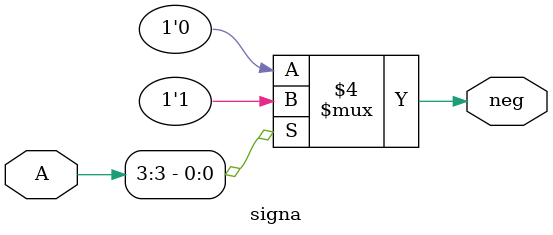
<source format=v>
module signa(output reg neg, input [3:0] A);
    always @(*) begin
        if (A[3] == 1'b1) neg = 1'b1;
        else neg = 1'b0;
    end
endmodule

</source>
